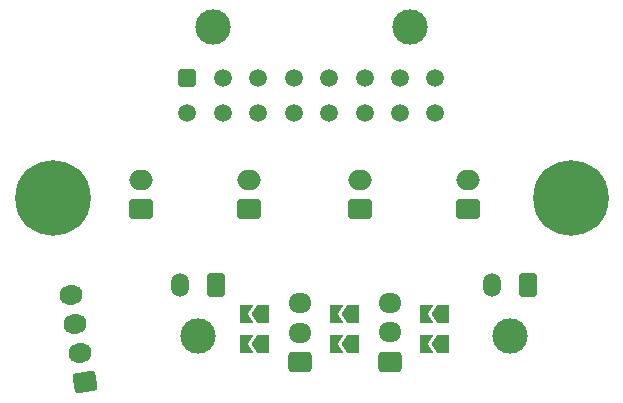
<source format=gbr>
%TF.GenerationSoftware,KiCad,Pcbnew,(6.0.7)*%
%TF.CreationDate,2023-07-30T17:13:32-07:00*%
%TF.ProjectId,xol-pcb,786f6c2d-7063-4622-9e6b-696361645f70,rev?*%
%TF.SameCoordinates,Original*%
%TF.FileFunction,Soldermask,Bot*%
%TF.FilePolarity,Negative*%
%FSLAX46Y46*%
G04 Gerber Fmt 4.6, Leading zero omitted, Abs format (unit mm)*
G04 Created by KiCad (PCBNEW (6.0.7)) date 2023-07-30 17:13:32*
%MOMM*%
%LPD*%
G01*
G04 APERTURE LIST*
G04 Aperture macros list*
%AMRoundRect*
0 Rectangle with rounded corners*
0 $1 Rounding radius*
0 $2 $3 $4 $5 $6 $7 $8 $9 X,Y pos of 4 corners*
0 Add a 4 corners polygon primitive as box body*
4,1,4,$2,$3,$4,$5,$6,$7,$8,$9,$2,$3,0*
0 Add four circle primitives for the rounded corners*
1,1,$1+$1,$2,$3*
1,1,$1+$1,$4,$5*
1,1,$1+$1,$6,$7*
1,1,$1+$1,$8,$9*
0 Add four rect primitives between the rounded corners*
20,1,$1+$1,$2,$3,$4,$5,0*
20,1,$1+$1,$4,$5,$6,$7,0*
20,1,$1+$1,$6,$7,$8,$9,0*
20,1,$1+$1,$8,$9,$2,$3,0*%
%AMHorizOval*
0 Thick line with rounded ends*
0 $1 width*
0 $2 $3 position (X,Y) of the first rounded end (center of the circle)*
0 $4 $5 position (X,Y) of the second rounded end (center of the circle)*
0 Add line between two ends*
20,1,$1,$2,$3,$4,$5,0*
0 Add two circle primitives to create the rounded ends*
1,1,$1,$2,$3*
1,1,$1,$4,$5*%
%AMFreePoly0*
4,1,6,1.000000,0.000000,0.500000,-0.750000,-0.500000,-0.750000,-0.500000,0.750000,0.500000,0.750000,1.000000,0.000000,1.000000,0.000000,$1*%
%AMFreePoly1*
4,1,6,0.500000,-0.750000,-0.650000,-0.750000,-0.150000,0.000000,-0.650000,0.750000,0.500000,0.750000,0.500000,-0.750000,0.500000,-0.750000,$1*%
G04 Aperture macros list end*
%ADD10C,3.000000*%
%ADD11RoundRect,0.250001X0.499999X0.759999X-0.499999X0.759999X-0.499999X-0.759999X0.499999X-0.759999X0*%
%ADD12O,1.500000X2.020000*%
%ADD13RoundRect,0.250000X0.750000X-0.600000X0.750000X0.600000X-0.750000X0.600000X-0.750000X-0.600000X0*%
%ADD14O,2.000000X1.700000*%
%ADD15RoundRect,0.250001X-0.499999X-0.499999X0.499999X-0.499999X0.499999X0.499999X-0.499999X0.499999X0*%
%ADD16C,1.500000*%
%ADD17C,6.400000*%
%ADD18RoundRect,0.250000X0.725000X-0.600000X0.725000X0.600000X-0.725000X0.600000X-0.725000X-0.600000X0*%
%ADD19O,1.950000X1.700000*%
%ADD20FreePoly0,180.000000*%
%ADD21FreePoly1,180.000000*%
%ADD22RoundRect,0.250000X0.809935X-0.479198X0.622213X0.706028X-0.809935X0.479198X-0.622213X-0.706028X0*%
%ADD23HorizOval,1.700000X0.123461X0.019554X-0.123461X-0.019554X0*%
G04 APERTURE END LIST*
D10*
%TO.C,HE1*%
X48006000Y-61056000D03*
D11*
X49506000Y-56736000D03*
D12*
X46506000Y-56736000D03*
%TD*%
D13*
%TO.C,HEF1*%
X52324000Y-50292000D03*
D14*
X52324000Y-47792000D03*
%TD*%
D13*
%TO.C,PCF1*%
X43180000Y-50292000D03*
D14*
X43180000Y-47792000D03*
%TD*%
D10*
%TO.C,J1*%
X65984000Y-34841000D03*
X49284000Y-34841000D03*
D15*
X47124000Y-39161000D03*
D16*
X50124000Y-39161000D03*
X53124000Y-39161000D03*
X56124000Y-39161000D03*
X59124000Y-39161000D03*
X62124000Y-39161000D03*
X65124000Y-39161000D03*
X68124000Y-39161000D03*
X47124000Y-42161000D03*
X50124000Y-42161000D03*
X53124000Y-42161000D03*
X56124000Y-42161000D03*
X59124000Y-42161000D03*
X62124000Y-42161000D03*
X65124000Y-42161000D03*
X68124000Y-42161000D03*
%TD*%
D10*
%TO.C,TH1*%
X74446000Y-61056000D03*
D11*
X75946000Y-56736000D03*
D12*
X72946000Y-56736000D03*
%TD*%
D17*
%TO.C,H1*%
X79559001Y-49376179D03*
%TD*%
%TO.C,H2*%
X35709001Y-49376179D03*
%TD*%
D18*
%TO.C,AUX2*%
X64245000Y-63206000D03*
D19*
X64245000Y-60706000D03*
X64245000Y-58206000D03*
%TD*%
D18*
%TO.C,RGB1*%
X56642000Y-63246000D03*
D19*
X56642000Y-60746000D03*
X56642000Y-58246000D03*
%TD*%
D13*
%TO.C,PCF2*%
X70866000Y-50292000D03*
D14*
X70866000Y-47792000D03*
%TD*%
D13*
%TO.C,AUX1*%
X61722000Y-50292000D03*
D14*
X61722000Y-47792000D03*
%TD*%
D20*
%TO.C,JP4*%
X68797000Y-61722000D03*
D21*
X67347000Y-61722000D03*
%TD*%
D22*
%TO.C,MOTOR1*%
X38419166Y-64929703D03*
D23*
X38028080Y-62460482D03*
X37636994Y-59991261D03*
X37245908Y-57522040D03*
%TD*%
D20*
%TO.C,JP1*%
X68797000Y-59182000D03*
D21*
X67347000Y-59182000D03*
%TD*%
D20*
%TO.C,JP3*%
X53557000Y-59182000D03*
D21*
X52107000Y-59182000D03*
%TD*%
D20*
%TO.C,JP5*%
X61177000Y-61722000D03*
D21*
X59727000Y-61722000D03*
%TD*%
D20*
%TO.C,JP6*%
X53557000Y-61722000D03*
D21*
X52107000Y-61722000D03*
%TD*%
D20*
%TO.C,JP2*%
X61177000Y-59182000D03*
D21*
X59727000Y-59182000D03*
%TD*%
M02*

</source>
